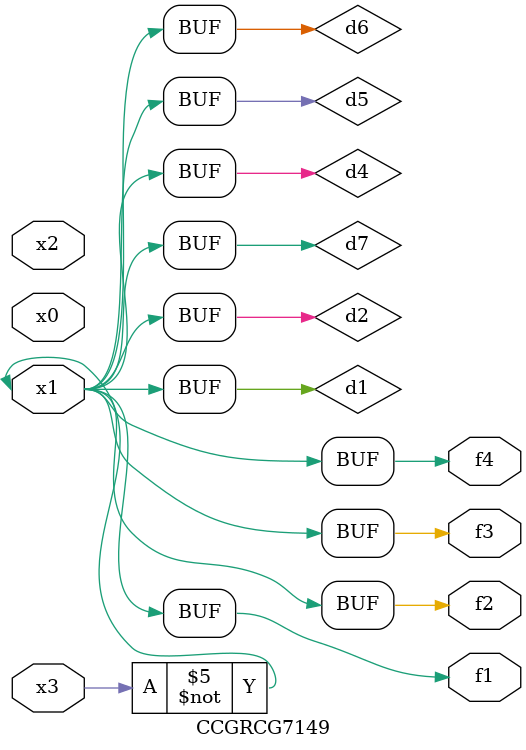
<source format=v>
module CCGRCG7149(
	input x0, x1, x2, x3,
	output f1, f2, f3, f4
);

	wire d1, d2, d3, d4, d5, d6, d7;

	not (d1, x3);
	buf (d2, x1);
	xnor (d3, d1, d2);
	nor (d4, d1);
	buf (d5, d1, d2);
	buf (d6, d4, d5);
	nand (d7, d4);
	assign f1 = d6;
	assign f2 = d7;
	assign f3 = d6;
	assign f4 = d6;
endmodule

</source>
